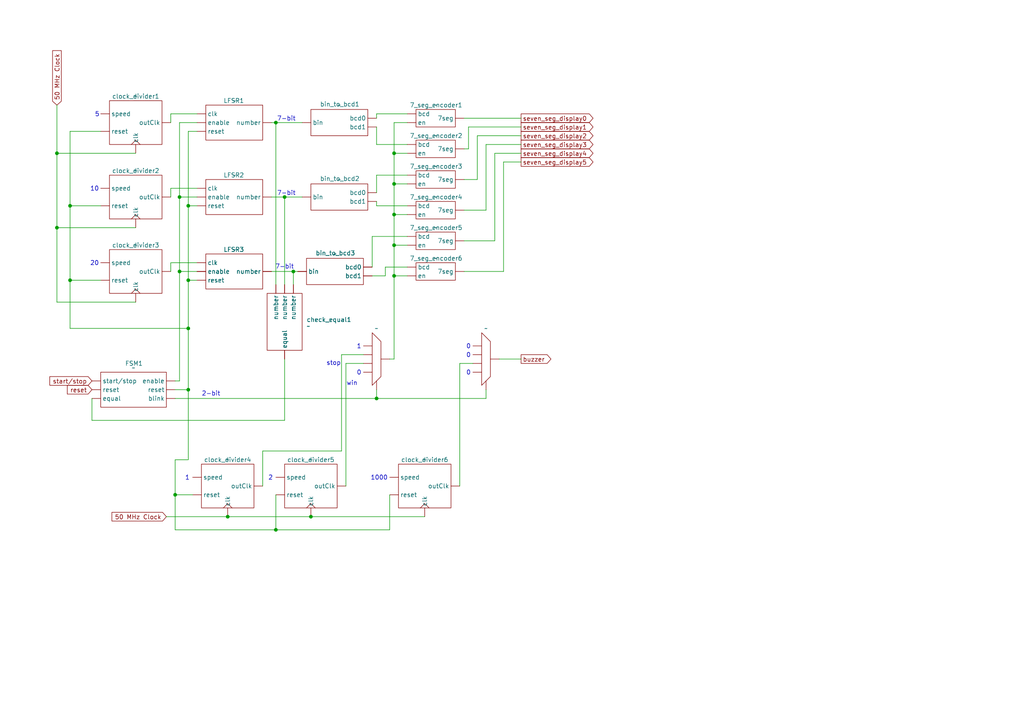
<source format=kicad_sch>
(kicad_sch (version 20231120) (generator "eeschema") (generator_version "8.0")
  (paper "A4")
  (title_block (title "Slot Machine") (date "2025-01-01") (rev "1.0"))
  (lib_symbols
    (symbol "bin2bcd_1"
      (property "Reference" "bin2bcd" (at -3.556 5.08 0))
      (symbol "bin2bcd_1_0_1"
        (rectangle (start -11.43 3.81) (end 5.08 -3.81))
      )
      (symbol "bin2bcd_1_1_1"
        (pin output line (at 7.62 1.27 180) (length 2.54) (name "bcd0") (number ""))
        (pin output line (at 7.62 -1.27 180) (length 2.54) (name "bcd1") (number ""))
        (pin output line (at -13.97 0 0) (length 2.54) (name "bin") (number ""))
      )
    )
    (symbol "slot-machine:4_bit_mux"
      (symbol "4_bit_mux_0_1"
        (polyline (pts (xy -1.27 7.62) (xy -1.27 -7.62) (xy 1.27 -5.08) (xy 1.27 5.08) (xy -1.27 7.62)))
      )
      (symbol "4_bit_mux_1_1"
        (pin input line (at -3.81 -3.81 0) (length 2.54) (name "") (number ""))
        (pin input line (at -3.81 -1.27 0) (length 2.54) (name "") (number ""))
        (pin input line (at -3.81 1.27 0) (length 2.54) (name "") (number ""))
        (pin input line (at -3.81 3.81 0) (length 2.54) (name "") (number ""))
        (pin input line (at 0 -8.89 90) (length 2.54) (name "") (number ""))
        (pin output line (at 3.81 0 180) (length 2.54) (name "") (number ""))
      )
    )
    (symbol "slot-machine:FSM"
      (property "Reference" "FSM" (at -2.54 6.604 0))
      (symbol "FSM_0_1"
        (rectangle (start -11.43 5.08) (end 7.62 -5.08))
      )
      (symbol "FSM_1_1"
        (pin output line (at 10.16 -2.54 180) (length 2.54) (name "blink") (number ""))
        (pin output line (at 10.16 2.54 180) (length 2.54) (name "enable") (number ""))
        (pin input line (at -13.97 -2.54 0) (length 2.54) (name "equal") (number ""))
        (pin input line (at -13.97 0 0) (length 2.54) (name "reset") (number ""))
        (pin output line (at 10.16 0 180) (length 2.54) (name "reset") (number ""))
        (pin input line (at -13.97 2.54 0) (length 2.54) (name "start/stop") (number ""))
      )
    )
    (symbol "slot-machine:bin2bcd"
      (property "Reference" "bin2bcd" (at -3.556 5.08 0))
      (symbol "bin2bcd_0_1"
        (rectangle (start -11.43 3.81) (end 5.08 -3.81))
      )
      (symbol "bin2bcd_1_1"
        (pin output line (at 7.62 1.27 180) (length 2.54) (name "bcd0") (number ""))
        (pin output line (at 7.62 -1.27 180) (length 2.54) (name "bcd1") (number ""))
        (pin output line (at -13.97 0 0) (length 2.54) (name "bin") (number ""))
      )
    )
    (symbol "slot-machine:check_equal"
      (property "Reference" "check_equal" (at -0.508 6.604 0))
      (symbol "check_equal_0_1"
        (rectangle (start -8.89 5.08) (end 7.62 -5.08))
      )
      (symbol "check_equal_1_1"
        (pin output line (at 10.16 0 180) (length 2.54) (name "equal") (number ""))
        (pin input line (at -11.43 -2.54 0) (length 2.54) (name "number") (number ""))
        (pin input line (at -11.43 0 0) (length 2.54) (name "number") (number ""))
        (pin input line (at -11.43 2.54 0) (length 2.54) (name "number") (number ""))
      )
    )
    (symbol "slot-machine:clock_divider"
      (property "Reference" "clock_divider" (at 0 7.62 0))
      (symbol "clock_divider_0_1"
        (rectangle (start -7.62 6.35) (end 7.62 -6.35))
        (polyline (pts (xy -1.27 -6.35) (xy 0 -5.08) (xy 1.27 -6.35)))
      )
      (symbol "clock_divider_1_1"
        (pin input line (at 0 -8.89 90) (length 2.54) (name "clk") (number ""))
        (pin input line (at 10.16 0 180) (length 2.54) (name "outClk") (number ""))
        (pin input line (at -10.16 -2.54 0) (length 2.54) (name "reset") (number ""))
        (pin input line (at -10.16 2.54 0) (length 2.54) (name "speed") (number ""))
      )
    )
    (symbol "slot-machine:lfsr"
      (property "Reference" "LFSR" (at 0 6.096 0))
      (symbol "lfsr_0_1"
        (rectangle (start -7.62 5.08) (end 8.89 -5.08))
      )
      (symbol "lfsr_1_1"
        (pin input line (at -10.16 2.54 0) (length 2.54) (name "clk") (number ""))
        (pin input line (at -10.16 0 0) (length 2.54) (name "enable") (number ""))
        (pin output line (at 11.43 0 180) (length 2.54) (name "number") (number ""))
        (pin input line (at -10.16 -2.54 0) (length 2.54) (name "reset") (number ""))
      )
    )
    (symbol "slot-machine:seven_seg_encoder"
      (property "Reference" "7_seg_encoder" (at 1.016 3.81 0))
      (symbol "seven_seg_encoder_0_1"
        (rectangle (start -5.08 2.54) (end 6.35 -2.54))
      )
      (symbol "seven_seg_encoder_1_1"
        (pin output line (at 8.89 0 180) (length 2.54) (name "7seg") (number ""))
        (pin input line (at -7.62 1.27 0) (length 2.54) (name "bcd") (number ""))
        (pin input line (at -7.62 -1.27 0) (length 2.54) (name "en") (number ""))
      )
    )
  )
  (junction (at 16.51 44.45))
  (junction (at 114.3 71.12))
  (junction (at 52.07 78.74))
  (junction (at 20.32 81.28))
  (junction (at 90.17 149.86))
  (junction (at 80.01 153.67))
  (junction (at 114.3 44.45))
  (junction (at 54.61 81.28))
  (junction (at 20.32 59.69))
  (junction (at 66.04 149.86))
  (junction (at 80.01 35.56))
  (junction (at 82.55 57.15))
  (junction (at 85.09 78.74))
  (junction (at 52.07 57.15))
  (junction (at 54.61 113.03))
  (junction (at 109.22 115.57))
  (junction (at 54.61 95.25))
  (junction (at 114.3 53.34))
  (junction (at 114.3 80.01))
  (junction (at 16.51 66.04))
  (junction (at 114.3 62.23))
  (junction (at 50.8 143.51))
  (junction (at 54.61 59.69))
  (wire (pts (xy 26.67 121.92) (xy 26.67 115.57)))
  (wire (pts (xy 57.15 35.56) (xy 52.07 35.56)))
  (wire (pts (xy 16.51 66.04) (xy 39.37 66.04)))
  (wire (pts (xy 114.3 53.34) (xy 114.3 62.23)))
  (wire (pts (xy 114.3 62.23) (xy 118.11 62.23)))
  (wire (pts (xy 54.61 81.28) (xy 57.15 81.28)))
  (wire (pts (xy 54.61 59.69) (xy 54.61 81.28)))
  (wire (pts (xy 134.62 78.74) (xy 146.05 78.74)))
  (wire (pts (xy 107.95 68.58) (xy 118.11 68.58)))
  (wire (pts (xy 114.3 62.23) (xy 114.3 71.12)))
  (wire (pts (xy 109.22 115.57) (xy 140.97 115.57)))
  (wire (pts (xy 29.21 38.1) (xy 20.32 38.1)))
  (wire (pts (xy 54.61 133.35) (xy 50.8 133.35)))
  (wire (pts (xy 20.32 38.1) (xy 20.32 59.69)))
  (wire (pts (xy 140.97 115.57) (xy 140.97 113.03)))
  (wire (pts (xy 20.32 81.28) (xy 20.32 95.25)))
  (wire (pts (xy 140.97 41.91) (xy 151.13 41.91)))
  (wire (pts (xy 146.05 78.74) (xy 146.05 46.99)))
  (wire (pts (xy 20.32 95.25) (xy 54.61 95.25)))
  (wire (pts (xy 20.32 59.69) (xy 29.21 59.69)))
  (wire (pts (xy 134.62 34.29) (xy 151.13 34.29)))
  (wire (pts (xy 76.2 130.81) (xy 99.06 130.81)))
  (wire (pts (xy 49.53 76.2) (xy 57.15 76.2)))
  (wire (pts (xy 134.62 69.85) (xy 143.51 69.85)))
  (wire (pts (xy 78.74 78.74) (xy 85.09 78.74)))
  (wire (pts (xy 50.8 143.51) (xy 55.88 143.51)))
  (wire (pts (xy 80.01 35.56) (xy 87.63 35.56)))
  (wire (pts (xy 54.61 81.28) (xy 54.61 95.25)))
  (wire (pts (xy 16.51 87.63) (xy 39.37 87.63)))
  (wire (pts (xy 49.53 33.02) (xy 57.15 33.02)))
  (wire (pts (xy 114.3 53.34) (xy 118.11 53.34)))
  (wire (pts (xy 82.55 57.15) (xy 87.63 57.15)))
  (wire (pts (xy 48.26 149.86) (xy 66.04 149.86)))
  (wire (pts (xy 49.53 78.74) (xy 49.53 76.2)))
  (wire (pts (xy 50.8 143.51) (xy 50.8 153.67)))
  (wire (pts (xy 135.89 36.83) (xy 151.13 36.83)))
  (wire (pts (xy 16.51 44.45) (xy 39.37 44.45)))
  (wire (pts (xy 52.07 78.74) (xy 52.07 110.49)))
  (wire (pts (xy 111.76 80.01) (xy 111.76 77.47)))
  (wire (pts (xy 140.97 60.96) (xy 140.97 41.91)))
  (wire (pts (xy 133.35 140.97) (xy 133.35 105.41)))
  (wire (pts (xy 78.74 35.56) (xy 80.01 35.56)))
  (wire (pts (xy 66.04 149.86) (xy 90.17 149.86)))
  (wire (pts (xy 50.8 133.35) (xy 50.8 143.51)))
  (wire (pts (xy 52.07 35.56) (xy 52.07 57.15)))
  (wire (pts (xy 133.35 105.41) (xy 137.16 105.41)))
  (wire (pts (xy 135.89 43.18) (xy 135.89 36.83)))
  (wire (pts (xy 20.32 59.69) (xy 20.32 81.28)))
  (wire (pts (xy 114.3 44.45) (xy 118.11 44.45)))
  (wire (pts (xy 80.01 35.56) (xy 80.01 82.55)))
  (wire (pts (xy 49.53 54.61) (xy 57.15 54.61)))
  (wire (pts (xy 50.8 113.03) (xy 54.61 113.03)))
  (wire (pts (xy 100.33 105.41) (xy 105.41 105.41)))
  (wire (pts (xy 99.06 130.81) (xy 99.06 102.87)))
  (wire (pts (xy 49.53 57.15) (xy 49.53 54.61)))
  (wire (pts (xy 54.61 95.25) (xy 54.61 113.03)))
  (wire (pts (xy 100.33 140.97) (xy 100.33 105.41)))
  (wire (pts (xy 109.22 50.8) (xy 109.22 55.88)))
  (wire (pts (xy 16.51 30.48) (xy 16.51 44.45)))
  (wire (pts (xy 82.55 104.14) (xy 82.55 121.92)))
  (wire (pts (xy 16.51 44.45) (xy 16.51 66.04)))
  (wire (pts (xy 118.11 35.56) (xy 114.3 35.56)))
  (wire (pts (xy 82.55 121.92) (xy 26.67 121.92)))
  (wire (pts (xy 49.53 35.56) (xy 49.53 33.02)))
  (wire (pts (xy 54.61 113.03) (xy 54.61 133.35)))
  (wire (pts (xy 52.07 57.15) (xy 52.07 78.74)))
  (wire (pts (xy 99.06 102.87) (xy 105.41 102.87)))
  (wire (pts (xy 143.51 44.45) (xy 151.13 44.45)))
  (wire (pts (xy 109.22 36.83) (xy 109.22 41.91)))
  (wire (pts (xy 109.22 41.91) (xy 118.11 41.91)))
  (wire (pts (xy 111.76 77.47) (xy 118.11 77.47)))
  (wire (pts (xy 82.55 57.15) (xy 82.55 82.55)))
  (wire (pts (xy 114.3 44.45) (xy 114.3 53.34)))
  (wire (pts (xy 138.43 52.07) (xy 138.43 39.37)))
  (wire (pts (xy 138.43 39.37) (xy 151.13 39.37)))
  (wire (pts (xy 114.3 35.56) (xy 114.3 44.45)))
  (wire (pts (xy 113.03 153.67) (xy 113.03 143.51)))
  (wire (pts (xy 85.09 78.74) (xy 86.36 78.74)))
  (wire (pts (xy 114.3 71.12) (xy 114.3 80.01)))
  (wire (pts (xy 114.3 71.12) (xy 118.11 71.12)))
  (wire (pts (xy 146.05 46.99) (xy 151.13 46.99)))
  (wire (pts (xy 50.8 115.57) (xy 109.22 115.57)))
  (wire (pts (xy 57.15 38.1) (xy 54.61 38.1)))
  (wire (pts (xy 134.62 43.18) (xy 135.89 43.18)))
  (wire (pts (xy 54.61 59.69) (xy 57.15 59.69)))
  (wire (pts (xy 107.95 80.01) (xy 111.76 80.01)))
  (wire (pts (xy 109.22 113.03) (xy 109.22 115.57)))
  (wire (pts (xy 109.22 50.8) (xy 118.11 50.8)))
  (wire (pts (xy 109.22 59.69) (xy 118.11 59.69)))
  (wire (pts (xy 76.2 140.97) (xy 76.2 130.81)))
  (wire (pts (xy 107.95 68.58) (xy 107.95 77.47)))
  (wire (pts (xy 109.22 33.02) (xy 118.11 33.02)))
  (wire (pts (xy 114.3 80.01) (xy 114.3 104.14)))
  (wire (pts (xy 109.22 58.42) (xy 109.22 59.69)))
  (wire (pts (xy 80.01 153.67) (xy 80.01 143.51)))
  (wire (pts (xy 113.03 104.14) (xy 114.3 104.14)))
  (wire (pts (xy 109.22 34.29) (xy 109.22 33.02)))
  (wire (pts (xy 50.8 110.49) (xy 52.07 110.49)))
  (wire (pts (xy 54.61 38.1) (xy 54.61 59.69)))
  (wire (pts (xy 90.17 149.86) (xy 123.19 149.86)))
  (wire (pts (xy 80.01 153.67) (xy 113.03 153.67)))
  (wire (pts (xy 114.3 80.01) (xy 118.11 80.01)))
  (wire (pts (xy 85.09 78.74) (xy 85.09 82.55)))
  (wire (pts (xy 144.78 104.14) (xy 151.13 104.14)))
  (wire (pts (xy 20.32 81.28) (xy 29.21 81.28)))
  (wire (pts (xy 78.74 57.15) (xy 82.55 57.15)))
  (wire (pts (xy 143.51 69.85) (xy 143.51 44.45)))
  (wire (pts (xy 134.62 60.96) (xy 140.97 60.96)))
  (wire (pts (xy 134.62 52.07) (xy 138.43 52.07)))
  (wire (pts (xy 52.07 57.15) (xy 57.15 57.15)))
  (wire (pts (xy 50.8 153.67) (xy 80.01 153.67)))
  (wire (pts (xy 16.51 66.04) (xy 16.51 87.63)))
  (wire (pts (xy 52.07 78.74) (xy 57.15 78.74)))
  (text "win" (at 102.108 111.252 0) (effects (font (size 1.27 1.27))))
  (text "0" (at 135.89 103.124 0) (effects (font (size 1.27 1.27))))
  (text "2" (at 78.486 138.684 0) (effects (font (size 1.27 1.27))))
  (text "0" (at 135.89 108.204 0) (effects (font (size 1.27 1.27))))
  (text "10" (at 27.432 54.864 0) (effects (font (size 1.27 1.27))))
  (text "0" (at 104.14 108.204 0) (effects (font (size 1.27 1.27))))
  (text "stop" (at 96.774 105.41 0) (effects (font (size 1.27 1.27))))
  (text "7-bit" (at 82.55 77.47 0) (effects (font (size 1.27 1.27))))
  (text "7-bit" (at 83.058 56.134 0) (effects (font (size 1.27 1.27))))
  (text "1000" (at 109.982 138.684 0) (effects (font (size 1.27 1.27))))
  (text "5" (at 28.194 33.274 0) (effects (font (size 1.27 1.27))))
  (text "0" (at 135.89 100.584 0) (effects (font (size 1.27 1.27))))
  (text "7-bit" (at 83.058 34.544 0) (effects (font (size 1.27 1.27))))
  (text "1" (at 54.356 138.684 0) (effects (font (size 1.27 1.27))))
  (text "2-bit" (at 61.214 114.3 0) (effects (font (size 1.27 1.27))))
  (text "20" (at 27.432 76.454 0) (effects (font (size 1.27 1.27))))
  (text "1" (at 104.14 100.584 0) (effects (font (size 1.27 1.27))))
  (global_label "seven_seg_display4" (shape output) (at 151.13 44.45 0) (property "Intersheetrefs" "${INTERSHEET_REFS}" (effects (hide yes))))
  (global_label "50 MHz Clock" (shape input) (at 48.26 149.86 180) (property "Intersheetrefs" "${INTERSHEET_REFS}" (effects (hide yes))))
  (global_label "reset" (shape input) (at 26.67 113.03 180) (property "Intersheetrefs" "${INTERSHEET_REFS}" (effects (hide yes))))
  (global_label "buzzer" (shape output) (at 151.13 104.14 0) (property "Intersheetrefs" "${INTERSHEET_REFS}" (effects (hide yes))))
  (global_label "50 MHz Clock" (shape input) (at 16.51 30.48 90) (property "Intersheetrefs" "${INTERSHEET_REFS}" (effects (hide yes))))
  (global_label "start{slash}stop" (shape input) (at 26.67 110.49 180) (property "Intersheetrefs" "${INTERSHEET_REFS}" (effects (hide yes))))
  (global_label "seven_seg_display5" (shape output) (at 151.13 46.99 0) (property "Intersheetrefs" "${INTERSHEET_REFS}" (effects (hide yes))))
  (global_label "seven_seg_display1" (shape output) (at 151.13 36.83 0) (property "Intersheetrefs" "${INTERSHEET_REFS}" (effects (hide yes))))
  (global_label "seven_seg_display3" (shape output) (at 151.13 41.91 0) (property "Intersheetrefs" "${INTERSHEET_REFS}" (effects (hide yes))))
  (global_label "seven_seg_display0" (shape output) (at 151.13 34.29 0) (property "Intersheetrefs" "${INTERSHEET_REFS}" (effects (hide yes))))
  (global_label "seven_seg_display2" (shape output) (at 151.13 39.37 0) (property "Intersheetrefs" "${INTERSHEET_REFS}" (effects (hide yes))))
  (symbol (lib_id "slot-machine:lfsr") (at 67.31 35.56 0) (unit 1)
    (property "Reference" "LFSR1" (at 67.818 29.21 0))
    (property "Value" "~" (at 67.945 29.21 0))
  )
  (symbol (lib_id "slot-machine:clock_divider") (at 39.37 78.74 0) (unit 1)
    (property "Reference" "clock_divider3" (at 39.37 71.12 0))
    (property "Value" "~" (at 39.37 71.12 0))
  )
  (symbol (lib_id "slot-machine:lfsr") (at 67.31 57.15 0) (unit 1)
    (property "Reference" "LFSR2" (at 67.818 50.8 0))
    (property "Value" "~" (at 67.945 50.8 0))
  )
  (symbol (lib_id "slot-machine:4_bit_mux") (at 109.22 104.14 0) (unit 1)
    (property "Reference" "U1" (effects (hide yes)))
    (property "Value" "~" (at 109.22 95.25 0))
  )
  (symbol (lib_name "slot-machine:seven_seg_encoder") (lib_id "slot-machine:seven_seg_encoder") (at 125.73 60.96 0) (unit 1)
    (property "Reference" "7_seg_encoder4" (at 126.492 57.15 0))
    (property "Value" "~" (at 126.365 57.15 0))
  )
  (symbol (lib_name "slot-machine:seven_seg_encoder") (lib_id "slot-machine:seven_seg_encoder") (at 125.73 78.74 0) (unit 1)
    (property "Reference" "7_seg_encoder6" (at 126.492 74.93 0))
    (property "Value" "~" (at 126.365 74.93 0))
  )
  (symbol (lib_id "slot-machine:check_equal") (at 82.55 93.98 270) (unit 1)
    (property "Reference" "check_equal1" (at 88.9 92.7099 90) (effects (justify left)))
    (property "Value" "~" (at 88.9 94.615 90) (effects (justify left)))
  )
  (symbol (lib_id "slot-machine:lfsr") (at 67.31 78.74 0) (unit 1)
    (property "Reference" "LFSR3" (at 67.818 72.39 0))
    (property "Value" "~" (at 67.945 72.39 0))
  )
  (symbol (lib_id "slot-machine:clock_divider") (at 39.37 35.56 0) (unit 1)
    (property "Reference" "clock_divider1" (at 39.37 27.94 0))
    (property "Value" "~" (at 39.37 27.94 0))
  )
  (symbol (lib_name "slot-machine:clock_divider") (lib_id "slot-machine:clock_divider") (at 90.17 140.97 0) (unit 1)
    (property "Reference" "clock_divider5" (at 90.17 133.35 0))
    (property "Value" "~" (at 90.17 133.35 0))
  )
  (symbol (lib_id "slot-machine:bin2bcd") (at 100.33 78.74 0) (unit 1)
    (property "Reference" "bin_to_bcd3" (at 97.282 73.406 0))
    (property "Value" "~" (at 97.155 73.66 0))
  )
  (symbol (lib_name "slot-machine:seven_seg_encoder") (lib_id "slot-machine:seven_seg_encoder") (at 125.73 34.29 0) (unit 1)
    (property "Reference" "7_seg_encoder1" (at 126.492 30.48 0))
    (property "Value" "~" (at 126.365 30.48 0))
  )
  (symbol (lib_name "slot-machine:clock_divider") (lib_id "slot-machine:clock_divider") (at 66.04 140.97 0) (unit 1)
    (property "Reference" "clock_divider4" (at 66.04 133.35 0))
    (property "Value" "~" (at 66.04 133.35 0))
  )
  (symbol (lib_name "slot-machine:clock_divider") (lib_id "slot-machine:clock_divider") (at 123.19 140.97 0) (unit 1)
    (property "Reference" "clock_divider6" (at 123.19 133.35 0))
    (property "Value" "~" (at 123.19 133.35 0))
  )
  (symbol (lib_name "slot-machine:seven_seg_encoder") (lib_id "slot-machine:seven_seg_encoder") (at 125.73 69.85 0) (unit 1)
    (property "Reference" "7_seg_encoder5" (at 126.492 66.04 0))
    (property "Value" "~" (at 126.365 66.04 0))
  )
  (symbol (lib_id "slot-machine:clock_divider") (at 39.37 57.15 0) (unit 1)
    (property "Reference" "clock_divider2" (at 39.37 49.53 0))
    (property "Value" "~" (at 39.37 49.53 0))
  )
  (symbol (lib_name "slot-machine:seven_seg_encoder") (lib_id "slot-machine:seven_seg_encoder") (at 125.73 43.18 0) (unit 1)
    (property "Reference" "7_seg_encoder2" (at 126.492 39.37 0))
    (property "Value" "~" (at 126.365 39.37 0))
  )
  (symbol (lib_name "slot-machine:seven_seg_encoder") (lib_id "slot-machine:seven_seg_encoder") (at 125.73 52.07 0) (unit 1)
    (property "Reference" "7_seg_encoder3" (at 126.492 48.26 0))
    (property "Value" "~" (at 126.365 48.26 0))
  )
  (symbol (lib_id "slot-machine:bin2bcd") (at 101.6 57.15 0) (unit 1)
    (property "Reference" "bin_to_bcd2" (at 98.552 51.816 0))
    (property "Value" "~" (at 98.425 52.07 0))
  )
  (symbol (lib_id "slot-machine:FSM") (at 40.64 113.03 0) (unit 1)
    (property "Reference" "FSM1" (at 38.862 105.41 0))
    (property "Value" "~" (at 38.735 106.68 0))
  )
  (symbol (lib_name "slot-machine:4_bit_mux") (lib_id "slot-machine:4_bit_mux") (at 140.97 104.14 0) (unit 1)
    (property "Reference" "U2" (effects (hide yes)))
    (property "Value" "~" (at 140.97 95.25 0))
  )
  (symbol (lib_name "bin2bcd_1") (lib_id "slot-machine:bin2bcd") (at 101.6 35.56 0) (unit 1)
    (property "Reference" "bin_to_bcd1" (at 98.552 30.226 0))
    (property "Value" "~" (at 98.425 30.48 0))
  )
)
</source>
